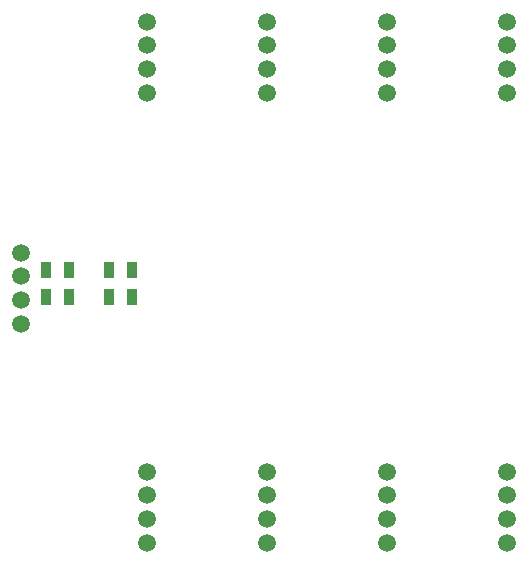
<source format=gbs>
G04 (created by PCBNEW (22-Jun-2014 BZR 4027)-stable) date sam 25 jui 2015 15:37:35 CEST*
%MOIN*%
G04 Gerber Fmt 3.4, Leading zero omitted, Abs format*
%FSLAX34Y34*%
G01*
G70*
G90*
G04 APERTURE LIST*
%ADD10C,0.00590551*%
%ADD11R,0.035X0.055*%
%ADD12C,0.0590551*%
G04 APERTURE END LIST*
G54D10*
G54D11*
X44625Y-34300D03*
X45375Y-34300D03*
X46725Y-34300D03*
X47475Y-34300D03*
X44625Y-35200D03*
X45375Y-35200D03*
X46725Y-35200D03*
X47475Y-35200D03*
G54D12*
X56000Y-41806D03*
X56000Y-42593D03*
X56000Y-43381D03*
X56000Y-41018D03*
X60000Y-41806D03*
X60000Y-42593D03*
X60000Y-43381D03*
X60000Y-41018D03*
X60000Y-27593D03*
X60000Y-26806D03*
X60000Y-26018D03*
X60000Y-28381D03*
X56000Y-27593D03*
X56000Y-26806D03*
X56000Y-26018D03*
X56000Y-28381D03*
X48000Y-41806D03*
X48000Y-42593D03*
X48000Y-43381D03*
X48000Y-41018D03*
X52000Y-41806D03*
X52000Y-42593D03*
X52000Y-43381D03*
X52000Y-41018D03*
X52000Y-27593D03*
X52000Y-26806D03*
X52000Y-26018D03*
X52000Y-28381D03*
X48000Y-27593D03*
X48000Y-26806D03*
X48000Y-26018D03*
X48000Y-28381D03*
X43800Y-35293D03*
X43800Y-34506D03*
X43800Y-33718D03*
X43800Y-36081D03*
M02*

</source>
